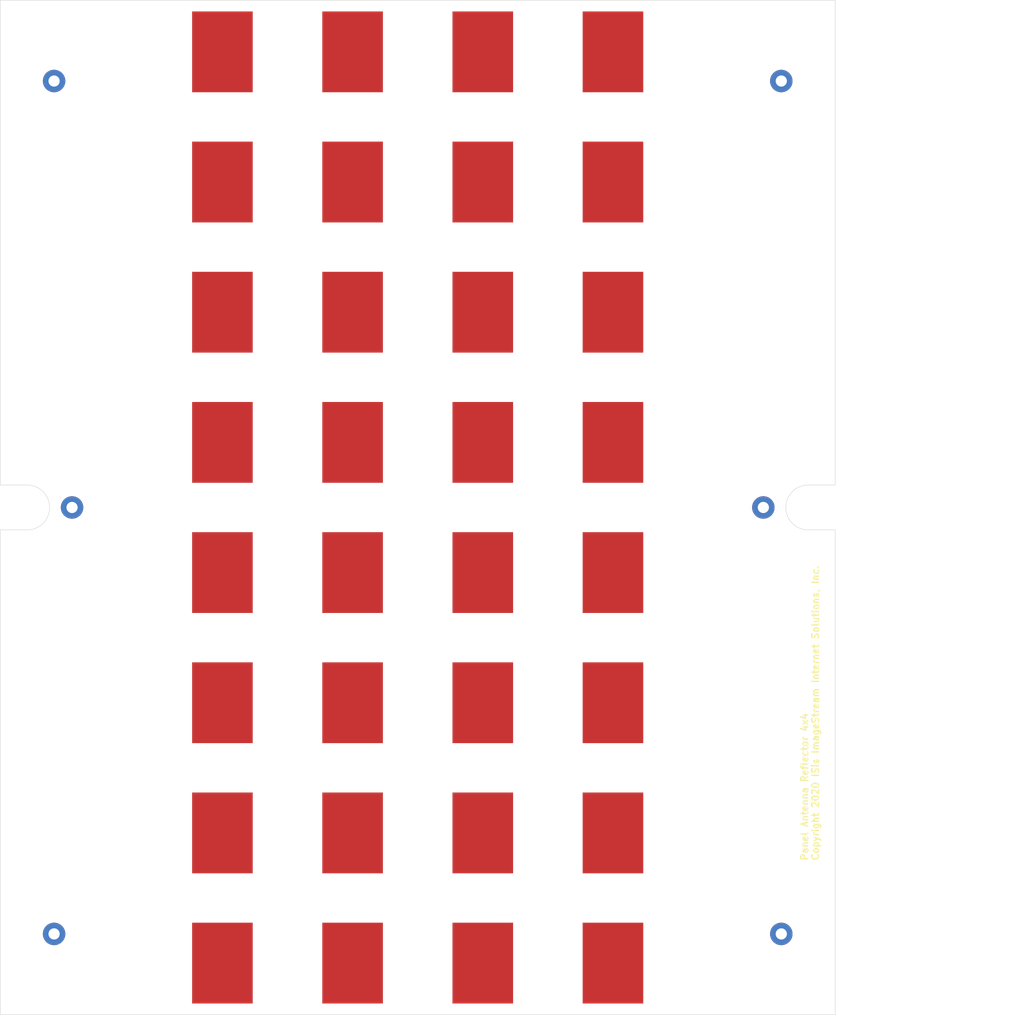
<source format=kicad_pcb>
(kicad_pcb (version 20201116) (generator pcbnew)
  (layers (0 "F.Cu" signal) (31 "B.Cu" signal) (34 "B.Paste" user) (35 "F.Paste" user) (36 "B.SilkS" user "B.Silkscreen") (37 "F.SilkS" user "F.Silkscreen") (38 "B.Mask" user) (39 "F.Mask" user) (44 "Edge.Cuts" user))
  (net 0 "")
  (footprint "MountingHole:MountingHole_2.5mm_Pad_TopBottom" (layer "F.Cu") (at 174 18)
    (fp_text reference "H2" hide)
    (fp_text value "Mounting Hole")
    (pad "1" connect circle (at 0 0) (size 5 5) (layers "B.Cu" "B.Mask"))
    (pad "1" connect circle (at 0 0) (size 5 5) (layers "F.Cu" "F.Mask"))
    (pad "1" thru_hole circle (at 0 0) (size 2.9 2.9) (drill 2.5) (layers *.Cu *.Mask))
  )
  (footprint "MountingHole:MountingHole_2.5mm_Pad_TopBottom" (layer "F.Cu") (at 16 113)
    (fp_text reference "H11" hide)
    (fp_text value "Mounting Hole")
    (pad "1" thru_hole circle (at 0 0) (size 2.9 2.9) (drill 2.5) (layers *.Cu *.Mask))
    (pad "1" connect circle (at 0 0) (size 5 5) (layers "B.Cu" "B.Mask"))
    (pad "1" connect circle (at 0 0) (size 5 5) (layers "F.Cu" "F.Mask"))
  )
  (footprint "MountingHole:MountingHole_2.5mm_Pad_TopBottom" (layer "F.Cu") (at 174 208 90)
    (fp_text reference "H4" hide)
    (fp_text value "Mounting Hole")
    (pad "1" thru_hole circle (at 0 0 90) (size 2.9 2.9) (drill 2.5) (layers *.Cu *.Mask))
    (pad "1" connect circle (at 0 0 90) (size 5 5) (layers "F.Cu" "F.Mask"))
    (pad "1" connect circle (at 0 0 90) (size 5 5) (layers "B.Cu" "B.Mask"))
  )
  (footprint "MountingHole:MountingHole_2.5mm_Pad_TopBottom" (layer "F.Cu") (at 12 208)
    (fp_text reference "H3" hide)
    (fp_text value "Mounting Hole")
    (pad "1" connect circle (at 0 0) (size 5 5) (layers "B.Cu" "B.Mask"))
    (pad "1" connect circle (at 0 0) (size 5 5) (layers "F.Cu" "F.Mask"))
    (pad "1" thru_hole circle (at 0 0) (size 2.9 2.9) (drill 2.5) (layers *.Cu *.Mask))
  )
  (footprint "MountingHole:MountingHole_2.5mm_Pad_TopBottom" (layer "F.Cu") (at 170 113)
    (fp_text reference "H12" hide)
    (fp_text value "Mounting Hole")
    (pad "1" connect circle (at 0 0) (size 5 5) (layers "B.Cu" "B.Mask"))
    (pad "1" connect circle (at 0 0) (size 5 5) (layers "F.Cu" "F.Mask"))
    (pad "1" thru_hole circle (at 0 0) (size 2.9 2.9) (drill 2.5) (layers *.Cu *.Mask))
  )
  (footprint "MountingHole:MountingHole_2.5mm_Pad_TopBottom" (layer "F.Cu") (at 12 18)
    (fp_text reference "H1" hide)
    (fp_text value "Mounting Hole")
    (pad "1" connect circle (at 0 0) (size 5 5) (layers "F.Cu" "F.Mask"))
    (pad "1" thru_hole circle (at 0 0) (size 2.9 2.9) (drill 2.5) (layers *.Cu *.Mask))
    (pad "1" connect circle (at 0 0) (size 5 5) (layers "B.Cu" "B.Mask"))
  )
  (gr_poly (pts (xy 85.25 194.5) (xy 71.75 194.5) (xy 71.75 176.5) (xy 85.25 176.5)) (layer "F.Cu") (width 0.001) (fill solid))
  (gr_poly (pts (xy 114.25 107.5) (xy 100.75 107.5) (xy 100.75 89.5) (xy 114.25 89.5)) (layer "F.Cu") (width 0.001) (fill solid))
  (gr_poly (pts (xy 56.25 49.5) (xy 42.75 49.5) (xy 42.75 31.5) (xy 56.25 31.5)) (layer "F.Cu") (width 0.001) (fill solid))
  (gr_poly (pts (xy 143.25 223.5) (xy 129.75 223.5) (xy 129.75 205.5) (xy 143.25 205.5)) (layer "F.Cu") (width 0.001) (fill solid))
  (gr_poly (pts (xy 114.25 49.5) (xy 100.75 49.5) (xy 100.75 31.5) (xy 114.25 31.5)) (layer "F.Cu") (width 0.001) (fill solid))
  (gr_poly (pts (xy 85.25 107.5) (xy 71.75 107.5) (xy 71.75 89.5) (xy 85.25 89.5)) (layer "F.Cu") (width 0.001) (fill solid))
  (gr_poly (pts (xy 56.25 78.5) (xy 42.75 78.5) (xy 42.75 60.5) (xy 56.25 60.5)) (layer "F.Cu") (width 0.001) (fill solid))
  (gr_poly (pts (xy 85.25 136.5) (xy 71.75 136.5) (xy 71.75 118.5) (xy 85.25 118.5)) (layer "F.Cu") (width 0.001) (fill solid))
  (gr_poly (pts (xy 85.25 49.5) (xy 71.75 49.5) (xy 71.75 31.5) (xy 85.25 31.5)) (layer "F.Cu") (width 0.001) (fill solid))
  (gr_poly (pts (xy 56.25 194.5) (xy 42.75 194.5) (xy 42.75 176.5) (xy 56.25 176.5)) (layer "F.Cu") (width 0.001) (fill solid))
  (gr_poly (pts (xy 114.25 194.5) (xy 100.75 194.5) (xy 100.75 176.5) (xy 114.25 176.5)) (layer "F.Cu") (width 0.001) (fill solid))
  (gr_poly (pts (xy 85.25 223.5) (xy 71.75 223.5) (xy 71.75 205.5) (xy 85.25 205.5)) (layer "F.Cu") (width 0.001) (fill solid))
  (gr_poly (pts (xy 56.25 20.5) (xy 42.75 20.5) (xy 42.75 2.5) (xy 56.25 2.5)) (layer "F.Cu") (width 0.001) (fill solid))
  (gr_poly (pts (xy 56.25 136.5) (xy 42.75 136.5) (xy 42.75 118.5) (xy 56.25 118.5)) (layer "F.Cu") (width 0.001) (fill solid))
  (gr_poly (pts (xy 114.25 78.5) (xy 100.75 78.5) (xy 100.75 60.5) (xy 114.25 60.5)) (layer "F.Cu") (width 0.001) (fill solid))
  (gr_poly (pts (xy 143.25 136.5) (xy 129.75 136.5) (xy 129.75 118.5) (xy 143.25 118.5)) (layer "F.Cu") (width 0.001) (fill solid))
  (gr_poly (pts (xy 85.25 20.5) (xy 71.75 20.5) (xy 71.75 2.5) (xy 85.25 2.5)) (layer "F.Cu") (width 0.001) (fill solid))
  (gr_poly (pts (xy 56.25 107.5) (xy 42.75 107.5) (xy 42.75 89.5) (xy 56.25 89.5)) (layer "F.Cu") (width 0.001) (fill solid))
  (gr_poly (pts (xy 114.25 165.5) (xy 100.75 165.5) (xy 100.75 147.5) (xy 114.25 147.5)) (layer "F.Cu") (width 0.001) (fill solid))
  (gr_poly (pts (xy 143.25 165.5) (xy 129.75 165.5) (xy 129.75 147.5) (xy 143.25 147.5)) (layer "F.Cu") (width 0.001) (fill solid))
  (gr_poly (pts (xy 114.25 136.5) (xy 100.75 136.5) (xy 100.75 118.5) (xy 114.25 118.5)) (layer "F.Cu") (width 0.001) (fill solid))
  (gr_poly (pts (xy 56.25 165.5) (xy 42.75 165.5) (xy 42.75 147.5) (xy 56.25 147.5)) (layer "F.Cu") (width 0.001) (fill solid))
  (gr_poly (pts (xy 114.25 223.5) (xy 100.75 223.5) (xy 100.75 205.5) (xy 114.25 205.5)) (layer "F.Cu") (width 0.001) (fill solid))
  (gr_poly (pts (xy 85.25 165.5) (xy 71.75 165.5) (xy 71.75 147.5) (xy 85.25 147.5)) (layer "F.Cu") (width 0.001) (fill solid))
  (gr_poly (pts (xy 143.25 194.5) (xy 129.75 194.5) (xy 129.75 176.5) (xy 143.25 176.5)) (layer "F.Cu") (width 0.001) (fill solid))
  (gr_poly (pts (xy 143.25 20.5) (xy 129.75 20.5) (xy 129.75 2.5) (xy 143.25 2.5)) (layer "F.Cu") (width 0.001) (fill solid))
  (gr_poly (pts (xy 114.25 20.5) (xy 100.75 20.5) (xy 100.75 2.5) (xy 114.25 2.5)) (layer "F.Cu") (width 0.001) (fill solid))
  (gr_poly (pts (xy 143.25 78.5) (xy 129.75 78.5) (xy 129.75 60.5) (xy 143.25 60.5)) (layer "F.Cu") (width 0.001) (fill solid))
  (gr_poly (pts (xy 143.25 49.5) (xy 129.75 49.5) (xy 129.75 31.5) (xy 143.25 31.5)) (layer "F.Cu") (width 0.001) (fill solid))
  (gr_poly (pts (xy 143.25 107.5) (xy 129.75 107.5) (xy 129.75 89.5) (xy 143.25 89.5)) (layer "F.Cu") (width 0.001) (fill solid))
  (gr_poly (pts (xy 85.25 78.5) (xy 71.75 78.5) (xy 71.75 60.5) (xy 85.25 60.5)) (layer "F.Cu") (width 0.001) (fill solid))
  (gr_poly (pts (xy 56.25 223.5) (xy 42.75 223.5) (xy 42.75 205.5) (xy 56.25 205.5)) (layer "F.Cu") (width 0.001) (fill solid))
  (gr_line (start 6 108) (end 0 108) (layer "Edge.Cuts") (width 0.1))
  (gr_line (start 180 118) (end 186 118) (layer "Edge.Cuts") (width 0.1))
  (gr_line (start 0 226) (end 186 226) (layer "Edge.Cuts") (width 0.1))
  (gr_line (start 0 0) (end 186 0) (layer "Edge.Cuts") (width 0.1))
  (gr_line (start 180 108) (end 186 108) (layer "Edge.Cuts") (width 0.1))
  (gr_line (start 6 118) (end 0 118) (layer "Edge.Cuts") (width 0.1))
  (gr_line (start 0 226) (end 0 118) (layer "Edge.Cuts") (width 0.1))
  (gr_line (start 0 108) (end 0 0) (layer "Edge.Cuts") (width 0.1))
  (gr_arc (start 6 113) (end 6 118) (angle -180) (layer "Edge.Cuts") (width 0.1))
  (gr_arc (start 180 113) (end 180 108) (angle -180) (layer "Edge.Cuts") (width 0.1))
  (gr_line (start 186 118) (end 186 226) (layer "Edge.Cuts") (width 0.1))
  (gr_line (start 186 0) (end 186 108) (layer "Edge.Cuts") (width 0.1))
  (gr_text "Panel Antenna Reflector 4x4\nCopyright 2020 ISis ImageStream Internet Solutions, Inc." (at 180.4 191.8 90) (layer "F.SilkS") (effects (font (size 1.5 1.5) (thickness 0.3)) (justify left)))
)
</source>
